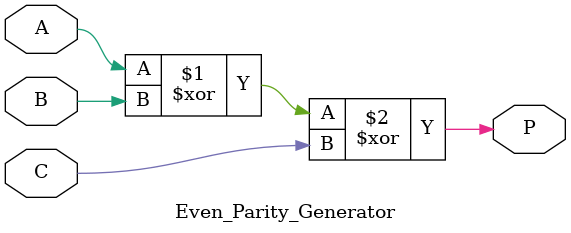
<source format=v>
`timescale 1ns / 1ps

module Even_Parity_Generator(A,B,C,P);
input A,B,C;
output P;


//3-bit even parity generator 
assign P=A^B^C; //obtain logical expression from the truth table
endmodule

</source>
